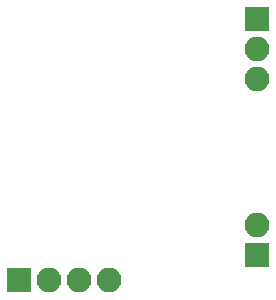
<source format=gbs>
G04 #@! TF.FileFunction,Soldermask,Bot*
%FSLAX46Y46*%
G04 Gerber Fmt 4.6, Leading zero omitted, Abs format (unit mm)*
G04 Created by KiCad (PCBNEW 4.0.6) date 07/31/17 21:00:10*
%MOMM*%
%LPD*%
G01*
G04 APERTURE LIST*
%ADD10C,0.100000*%
%ADD11R,2.100000X2.100000*%
%ADD12O,2.100000X2.100000*%
G04 APERTURE END LIST*
D10*
D11*
X148717000Y-113538000D03*
D12*
X151257000Y-113538000D03*
X153797000Y-113538000D03*
X156337000Y-113538000D03*
D11*
X168910000Y-91440000D03*
D12*
X168910000Y-93980000D03*
X168910000Y-96520000D03*
D11*
X168910000Y-111379000D03*
D12*
X168910000Y-108839000D03*
M02*

</source>
